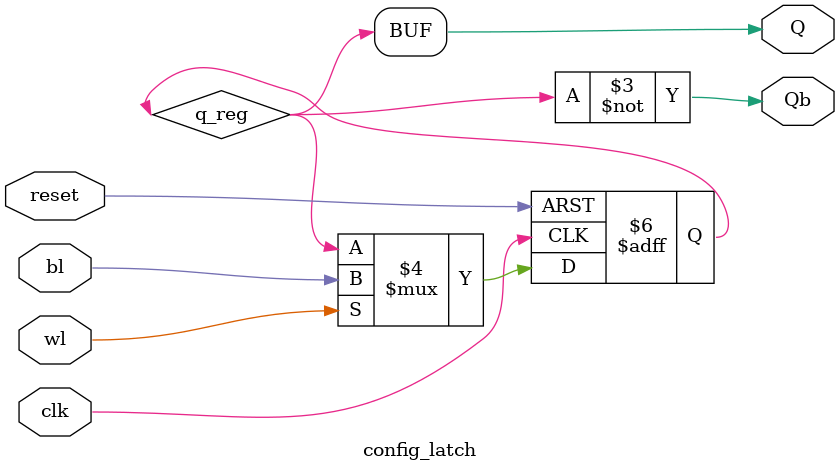
<source format=v>
module config_latch (
  input reset, // Reset input
  input clk, // Clock Input
  input wl, // Data Enable
  input bl, // Data Input
  output Q, // Q output
  output Qb // Q output
);
//------------Internal Variables--------
reg q_reg;

//-------------Code Starts Here---------
always @ ( posedge clk or posedge reset) begin
  if (reset) begin
    q_reg <= 1'b0;
  end else if (1'b1 == wl) begin
    q_reg <= bl;
  end
end

`ifndef ENABLE_FORMAL_VERIFICATION
// Wire q_reg to Q
assign Q = q_reg;
assign Qb = ~q_reg;
`else
assign Q = 1'bZ;
assign Qb = !Q;
`endif

endmodule

</source>
